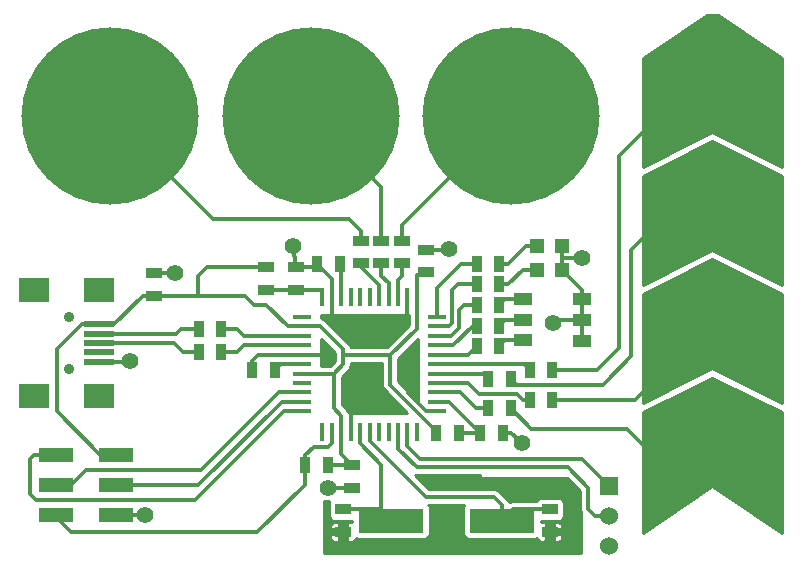
<source format=gtl>
G04 (created by PCBNEW (2013-feb-26)-stable) date Sat 30 Mar 2013 14:45:06 GMT*
%MOIN*%
G04 Gerber Fmt 3.4, Leading zero omitted, Abs format*
%FSLAX34Y34*%
G01*
G70*
G90*
G04 APERTURE LIST*
%ADD10C,2.3622e-06*%
%ADD11C,0.0512*%
%ADD12R,0.0984X0.0197*%
%ADD13R,0.0984X0.0787*%
%ADD14C,0.0354*%
%ADD15R,0.016X0.06*%
%ADD16R,0.06X0.016*%
%ADD17R,0.1181X0.0512*%
%ADD18R,0.035X0.055*%
%ADD19R,0.055X0.035*%
%ADD20R,0.2165X0.0787*%
%ADD21R,0.0472X0.0472*%
%ADD22C,0.5906*%
%ADD23R,0.0591X0.0394*%
%ADD24R,0.06X0.06*%
%ADD25C,0.06*%
%ADD26C,0.0551*%
%ADD27C,0.0118*%
%ADD28C,0.01*%
G04 APERTURE END LIST*
G54D10*
G54D11*
X40945Y-19685D03*
G54D12*
X20500Y-26620D03*
X20500Y-26935D03*
X20500Y-27250D03*
X20500Y-27565D03*
X20500Y-27880D03*
G54D13*
X20500Y-25498D03*
X20500Y-29002D03*
X18335Y-29002D03*
X18335Y-25498D03*
G54D14*
X19516Y-26384D03*
X19516Y-28116D03*
G54D15*
X29528Y-25703D03*
X29213Y-25703D03*
X28898Y-25703D03*
X28583Y-25703D03*
X28268Y-25703D03*
X27953Y-25703D03*
X29843Y-25703D03*
X30158Y-25703D03*
X30473Y-25703D03*
X30788Y-25703D03*
X31103Y-25703D03*
X29528Y-30203D03*
X29213Y-30203D03*
X28898Y-30203D03*
X28583Y-30203D03*
X28268Y-30203D03*
X27953Y-30203D03*
X29843Y-30203D03*
X30158Y-30203D03*
X30473Y-30203D03*
X30788Y-30203D03*
X31103Y-30203D03*
G54D16*
X27278Y-27953D03*
X31778Y-27953D03*
X27278Y-28268D03*
X31778Y-28268D03*
X31778Y-28583D03*
X27278Y-28583D03*
X27278Y-28898D03*
X31778Y-28898D03*
X31778Y-29213D03*
X27278Y-29213D03*
X27278Y-29528D03*
X31778Y-29528D03*
X31778Y-27638D03*
X27278Y-27638D03*
X27278Y-27323D03*
X31778Y-27323D03*
X31778Y-27008D03*
X27278Y-27008D03*
X27278Y-26693D03*
X31778Y-26693D03*
X31778Y-26378D03*
X27278Y-26378D03*
G54D17*
X19079Y-30988D03*
X21079Y-30988D03*
X19079Y-31988D03*
X21079Y-31988D03*
X19079Y-32988D03*
X21079Y-32988D03*
G54D18*
X28131Y-31299D03*
X27381Y-31299D03*
X23838Y-26773D03*
X24588Y-26773D03*
X24588Y-27560D03*
X23838Y-27560D03*
X33090Y-24606D03*
X33840Y-24606D03*
X33090Y-25295D03*
X33840Y-25295D03*
X33090Y-27362D03*
X33840Y-27362D03*
G54D19*
X22343Y-25670D03*
X22343Y-24920D03*
X35531Y-32794D03*
X35531Y-33544D03*
X28642Y-32794D03*
X28642Y-33544D03*
G54D18*
X27775Y-24606D03*
X28525Y-24606D03*
X33207Y-30236D03*
X33957Y-30236D03*
X26359Y-28150D03*
X25609Y-28150D03*
G54D19*
X31398Y-24883D03*
X31398Y-24133D03*
X27067Y-24723D03*
X27067Y-25473D03*
X28937Y-31318D03*
X28937Y-32068D03*
G54D20*
X30237Y-33169D03*
X33937Y-33169D03*
G54D21*
X35118Y-24803D03*
X35944Y-24803D03*
X35118Y-24016D03*
X35944Y-24016D03*
G54D22*
X34252Y-19685D03*
X27559Y-19685D03*
X20866Y-19685D03*
G54D11*
X40945Y-31496D03*
X40945Y-27559D03*
X40945Y-23622D03*
G54D18*
X33090Y-26673D03*
X33840Y-26673D03*
X33090Y-25984D03*
X33840Y-25984D03*
G54D23*
X34646Y-25787D03*
X34646Y-26476D03*
X34646Y-27165D03*
X36615Y-25788D03*
X36615Y-26477D03*
X36615Y-27166D03*
G54D19*
X26083Y-24723D03*
X26083Y-25473D03*
X29232Y-24588D03*
X29232Y-23838D03*
X29921Y-24588D03*
X29921Y-23838D03*
X30610Y-24588D03*
X30610Y-23838D03*
G54D18*
X34861Y-28150D03*
X35611Y-28150D03*
X33483Y-28445D03*
X34233Y-28445D03*
X34861Y-29134D03*
X35611Y-29134D03*
X33483Y-29429D03*
X34233Y-29429D03*
G54D24*
X37500Y-32000D03*
G54D25*
X37500Y-33000D03*
X37500Y-34000D03*
G54D18*
X32500Y-30236D03*
X31750Y-30236D03*
G54D26*
X34606Y-30590D03*
X29370Y-28779D03*
X30413Y-26673D03*
X30807Y-28051D03*
X32185Y-24114D03*
X22047Y-32972D03*
X26969Y-24016D03*
X36614Y-24409D03*
X28642Y-26673D03*
X32087Y-34055D03*
X32283Y-31890D03*
X28642Y-34055D03*
X28150Y-32087D03*
X28150Y-27657D03*
X35531Y-34055D03*
X21555Y-27854D03*
X23031Y-24902D03*
X35630Y-26575D03*
G54D27*
X30217Y-27657D02*
X30217Y-28642D01*
X30217Y-28642D02*
X31653Y-30078D01*
X21968Y-25670D02*
X22343Y-25670D01*
X28918Y-31299D02*
X28937Y-31318D01*
X28583Y-30203D02*
X28583Y-29666D01*
X28326Y-29409D02*
X28326Y-28268D01*
X27278Y-26693D02*
X27874Y-26693D01*
X28326Y-28268D02*
X27278Y-28268D01*
X20500Y-26620D02*
X21018Y-26620D01*
X19936Y-26620D02*
X19094Y-27462D01*
X19094Y-27462D02*
X19094Y-29527D01*
X19094Y-29527D02*
X20555Y-30988D01*
X20555Y-30988D02*
X21079Y-30988D01*
X20500Y-26620D02*
X19936Y-26620D01*
X28642Y-27952D02*
X28326Y-28268D01*
X24409Y-24723D02*
X24096Y-24723D01*
X31103Y-25703D02*
X31103Y-26771D01*
X23819Y-25670D02*
X25374Y-25670D01*
X21018Y-26620D02*
X21968Y-25670D01*
X23819Y-25000D02*
X23819Y-25670D01*
X24096Y-24723D02*
X23819Y-25000D01*
X23819Y-25670D02*
X23819Y-25689D01*
X23425Y-25670D02*
X23819Y-25670D01*
X28131Y-31299D02*
X28918Y-31299D01*
X26083Y-25984D02*
X26792Y-26693D01*
X25374Y-25670D02*
X25688Y-25984D01*
X25688Y-25984D02*
X26083Y-25984D01*
X26792Y-26693D02*
X27278Y-26693D01*
X23819Y-25689D02*
X23819Y-25670D01*
X28583Y-30203D02*
X28583Y-30964D01*
X26083Y-24723D02*
X24409Y-24723D01*
X24409Y-24723D02*
X24392Y-24723D01*
X23445Y-25670D02*
X23425Y-25670D01*
X23425Y-25670D02*
X22343Y-25670D01*
X31103Y-25703D02*
X31103Y-24982D01*
X28583Y-30964D02*
X28937Y-31318D01*
X31103Y-24982D02*
X31398Y-24883D01*
X28583Y-29666D02*
X28326Y-29409D01*
X28642Y-27461D02*
X28642Y-27657D01*
X31103Y-26771D02*
X30217Y-27657D01*
X27874Y-26693D02*
X28642Y-27461D01*
X28642Y-27657D02*
X28642Y-27952D01*
X30217Y-27657D02*
X28642Y-27657D01*
X26672Y-29528D02*
X23720Y-32480D01*
X18209Y-32283D02*
X18209Y-31103D01*
X27278Y-29528D02*
X26672Y-29528D01*
X18324Y-30988D02*
X19079Y-30988D01*
X23720Y-32480D02*
X18406Y-32480D01*
X18406Y-32480D02*
X18209Y-32283D01*
X18209Y-31103D02*
X18324Y-30988D01*
X21079Y-31988D02*
X23820Y-31988D01*
X26595Y-29213D02*
X27278Y-29213D01*
X23820Y-31988D02*
X26595Y-29213D01*
X19079Y-33056D02*
X19586Y-33563D01*
X25787Y-33563D02*
X27381Y-31969D01*
X28150Y-30709D02*
X27658Y-30709D01*
X27381Y-31969D02*
X27381Y-31299D01*
X27381Y-30986D02*
X27381Y-31299D01*
X19079Y-32988D02*
X19079Y-33056D01*
X27658Y-30709D02*
X27381Y-30986D01*
X28268Y-30591D02*
X28150Y-30709D01*
X19586Y-33563D02*
X25787Y-33563D01*
X28268Y-30203D02*
X28268Y-30591D01*
X20079Y-31496D02*
X23917Y-31496D01*
X19587Y-31988D02*
X20079Y-31496D01*
X19079Y-31988D02*
X19587Y-31988D01*
X26515Y-28898D02*
X27278Y-28898D01*
X23917Y-31496D02*
X26515Y-28898D01*
X31778Y-25407D02*
X32579Y-24606D01*
X31778Y-26378D02*
X31778Y-25407D01*
X32579Y-24606D02*
X33090Y-24606D01*
X32165Y-26693D02*
X31778Y-26693D01*
X32283Y-25492D02*
X32283Y-26575D01*
X32283Y-26575D02*
X32165Y-26693D01*
X32480Y-25295D02*
X32283Y-25492D01*
X33090Y-25295D02*
X32480Y-25295D01*
X32677Y-25984D02*
X33090Y-25984D01*
X31778Y-27008D02*
X32244Y-27008D01*
X32503Y-26749D02*
X32503Y-26158D01*
X32503Y-26158D02*
X32677Y-25984D01*
X32244Y-27008D02*
X32503Y-26749D01*
X32814Y-27638D02*
X33090Y-27362D01*
X31778Y-27638D02*
X32814Y-27638D01*
X31778Y-27323D02*
X32322Y-27323D01*
X32322Y-27323D02*
X32972Y-26673D01*
X32972Y-26673D02*
X33090Y-26673D01*
X37834Y-27421D02*
X37834Y-21023D01*
X35611Y-28150D02*
X37106Y-28150D01*
X39173Y-19685D02*
X40945Y-19685D01*
X37106Y-28150D02*
X37834Y-27421D01*
X37834Y-21023D02*
X39173Y-19685D01*
X34449Y-28642D02*
X37303Y-28642D01*
X38780Y-23622D02*
X38248Y-24153D01*
X38248Y-24153D02*
X38248Y-27696D01*
X38248Y-27696D02*
X37402Y-28543D01*
X40945Y-23622D02*
X38780Y-23622D01*
X37303Y-28642D02*
X37402Y-28543D01*
X34252Y-28445D02*
X34449Y-28642D01*
X34233Y-28445D02*
X34252Y-28445D01*
X38386Y-29134D02*
X39961Y-27559D01*
X39961Y-27559D02*
X40945Y-27559D01*
X35611Y-29134D02*
X38386Y-29134D01*
X38090Y-30118D02*
X34922Y-30118D01*
X40945Y-31496D02*
X39468Y-31496D01*
X34922Y-30118D02*
X34233Y-29429D01*
X39468Y-31496D02*
X38090Y-30118D01*
X33957Y-30236D02*
X34251Y-30236D01*
X34251Y-30236D02*
X34606Y-30590D01*
X28898Y-30203D02*
X28898Y-29251D01*
X28898Y-29251D02*
X29370Y-28779D01*
X31778Y-29528D02*
X31417Y-29528D01*
X30788Y-26359D02*
X30788Y-25703D01*
X30788Y-26359D02*
X30413Y-26673D01*
X30807Y-28917D02*
X30807Y-28051D01*
X31417Y-29528D02*
X30807Y-28917D01*
X32087Y-34055D02*
X28642Y-34055D01*
X25609Y-27836D02*
X25609Y-28150D01*
X25807Y-27638D02*
X25609Y-27836D01*
X31674Y-24133D02*
X32185Y-24114D01*
X36615Y-27166D02*
X36615Y-26477D01*
X27278Y-27638D02*
X28032Y-27638D01*
X28169Y-32068D02*
X28150Y-32087D01*
X27971Y-24822D02*
X27775Y-24606D01*
X28268Y-25119D02*
X27971Y-24822D01*
X36615Y-25474D02*
X35944Y-24803D01*
X28445Y-26673D02*
X28642Y-26673D01*
X20500Y-27880D02*
X21529Y-27880D01*
X31398Y-24133D02*
X31674Y-24133D01*
X21529Y-27880D02*
X21555Y-27854D01*
X28268Y-25703D02*
X28268Y-25119D01*
X28937Y-32068D02*
X28169Y-32068D01*
X36615Y-26477D02*
X36615Y-25788D01*
X28268Y-26496D02*
X28445Y-26673D01*
X27278Y-27638D02*
X25807Y-27638D01*
X28032Y-27638D02*
X28150Y-27657D01*
X22031Y-32988D02*
X22047Y-32972D01*
X22343Y-24920D02*
X23013Y-24920D01*
X35728Y-26477D02*
X35630Y-26575D01*
X35944Y-24409D02*
X36614Y-24409D01*
X27067Y-24705D02*
X26969Y-24016D01*
X35531Y-33544D02*
X35531Y-34055D01*
X28642Y-34055D02*
X28642Y-33544D01*
X21079Y-32988D02*
X22031Y-32988D01*
X36615Y-26477D02*
X35728Y-26477D01*
X27067Y-24723D02*
X27067Y-24705D01*
X36615Y-25788D02*
X36615Y-25474D01*
X27067Y-24723D02*
X27854Y-24723D01*
X23013Y-24920D02*
X23031Y-24902D01*
X35944Y-24016D02*
X35944Y-24409D01*
X27854Y-24723D02*
X27775Y-24606D01*
X28268Y-25703D02*
X28268Y-26496D01*
X35944Y-24409D02*
X35944Y-24803D01*
X35531Y-32794D02*
X34312Y-32794D01*
X29528Y-30512D02*
X31398Y-32382D01*
X33937Y-32657D02*
X33937Y-33169D01*
X29528Y-30203D02*
X29528Y-30512D01*
X33662Y-32382D02*
X33937Y-32657D01*
X31398Y-32382D02*
X33662Y-32382D01*
X34312Y-32794D02*
X33937Y-33169D01*
X29843Y-25703D02*
X29843Y-25315D01*
X29232Y-24704D02*
X29232Y-24588D01*
X29843Y-25315D02*
X29232Y-24704D01*
X34664Y-27953D02*
X34861Y-28150D01*
X31778Y-27953D02*
X34664Y-27953D01*
X30158Y-25703D02*
X30158Y-25237D01*
X30158Y-25237D02*
X29921Y-25000D01*
X29921Y-25000D02*
X29921Y-24588D01*
X28642Y-32794D02*
X29862Y-32794D01*
X29921Y-31299D02*
X29921Y-32853D01*
X29213Y-30203D02*
X29213Y-30591D01*
X29921Y-32853D02*
X30237Y-33169D01*
X29862Y-32794D02*
X30237Y-33169D01*
X29213Y-30591D02*
X29921Y-31299D01*
X31778Y-28268D02*
X33306Y-28268D01*
X33306Y-28268D02*
X33483Y-28445D01*
X30473Y-25137D02*
X30610Y-25000D01*
X30610Y-25000D02*
X30610Y-24588D01*
X30473Y-25703D02*
X30473Y-25137D01*
X32500Y-30236D02*
X33207Y-30236D01*
X31778Y-29213D02*
X32184Y-29213D01*
X32184Y-29213D02*
X33207Y-30236D01*
X25335Y-27008D02*
X25100Y-26773D01*
X27278Y-27008D02*
X25335Y-27008D01*
X25100Y-26773D02*
X24588Y-26773D01*
X23227Y-26773D02*
X23838Y-26773D01*
X23065Y-26935D02*
X23227Y-26773D01*
X20500Y-26935D02*
X23065Y-26935D01*
X23310Y-27560D02*
X23838Y-27560D01*
X23000Y-27250D02*
X23310Y-27560D01*
X20500Y-27250D02*
X23000Y-27250D01*
X25097Y-27560D02*
X24588Y-27560D01*
X25334Y-27323D02*
X25097Y-27560D01*
X27278Y-27323D02*
X25334Y-27323D01*
X30610Y-23327D02*
X34252Y-19685D01*
X30610Y-23838D02*
X30610Y-23327D01*
X29921Y-23838D02*
X29921Y-22047D01*
X29921Y-22047D02*
X27559Y-19685D01*
X24311Y-23130D02*
X20866Y-19685D01*
X29232Y-23838D02*
X29232Y-23524D01*
X29232Y-23524D02*
X28838Y-23130D01*
X28838Y-23130D02*
X24311Y-23130D01*
X34154Y-24606D02*
X33840Y-24606D01*
X35118Y-24016D02*
X34744Y-24016D01*
X34744Y-24016D02*
X34154Y-24606D01*
X34646Y-24803D02*
X34154Y-25295D01*
X35118Y-24803D02*
X34646Y-24803D01*
X34154Y-25295D02*
X33840Y-25295D01*
X28583Y-24744D02*
X28525Y-24606D01*
X28583Y-25703D02*
X28583Y-24744D01*
X34449Y-28937D02*
X34646Y-29134D01*
X31778Y-28583D02*
X32815Y-28583D01*
X34646Y-29134D02*
X34861Y-29134D01*
X33169Y-28937D02*
X34449Y-28937D01*
X32815Y-28583D02*
X33169Y-28937D01*
X32539Y-28898D02*
X33070Y-29429D01*
X33070Y-29429D02*
X33483Y-29429D01*
X31778Y-28898D02*
X32539Y-28898D01*
X27933Y-25473D02*
X27067Y-25473D01*
X27953Y-25493D02*
X27933Y-25473D01*
X27953Y-25703D02*
X27953Y-25493D01*
X26083Y-25473D02*
X27067Y-25473D01*
X36602Y-31102D02*
X37500Y-32000D01*
X31200Y-31102D02*
X36602Y-31102D01*
X30788Y-30203D02*
X30788Y-30690D01*
X30788Y-30690D02*
X31200Y-31102D01*
X36811Y-32086D02*
X36811Y-32775D01*
X30473Y-30203D02*
X30473Y-30768D01*
X37036Y-33000D02*
X37500Y-33000D01*
X36123Y-31398D02*
X36811Y-32086D01*
X30473Y-30768D02*
X31103Y-31398D01*
X31103Y-31398D02*
X36123Y-31398D01*
X36811Y-32775D02*
X37036Y-33000D01*
X34037Y-26476D02*
X33840Y-26673D01*
X34646Y-26476D02*
X34037Y-26476D01*
X34037Y-27165D02*
X33840Y-27362D01*
X34646Y-27165D02*
X34037Y-27165D01*
X34037Y-25787D02*
X33840Y-25984D01*
X34646Y-25787D02*
X34037Y-25787D01*
X27278Y-27953D02*
X26556Y-27953D01*
X26556Y-27953D02*
X26359Y-28150D01*
G54D10*
G36*
X43257Y-21376D02*
X40945Y-20220D01*
X38633Y-21376D01*
X38633Y-17743D01*
X40760Y-16325D01*
X41129Y-16325D01*
X43257Y-17743D01*
X43257Y-21376D01*
X43257Y-21376D01*
G37*
G54D28*
X43257Y-21376D02*
X40945Y-20220D01*
X38633Y-21376D01*
X38633Y-17743D01*
X40760Y-16325D01*
X41129Y-16325D01*
X43257Y-17743D01*
X43257Y-21376D01*
G54D10*
G36*
X43257Y-25313D02*
X40945Y-24157D01*
X38633Y-25313D01*
X38633Y-21684D01*
X40945Y-20527D01*
X43257Y-21684D01*
X43257Y-25313D01*
X43257Y-25313D01*
G37*
G54D28*
X43257Y-25313D02*
X40945Y-24157D01*
X38633Y-25313D01*
X38633Y-21684D01*
X40945Y-20527D01*
X43257Y-21684D01*
X43257Y-25313D01*
G54D10*
G36*
X43257Y-29250D02*
X40945Y-28094D01*
X38633Y-29250D01*
X38633Y-25621D01*
X40945Y-24464D01*
X43257Y-25621D01*
X43257Y-29250D01*
X43257Y-29250D01*
G37*
G54D28*
X43257Y-29250D02*
X40945Y-28094D01*
X38633Y-29250D01*
X38633Y-25621D01*
X40945Y-24464D01*
X43257Y-25621D01*
X43257Y-29250D01*
G54D10*
G36*
X43257Y-33567D02*
X40945Y-32026D01*
X38633Y-33567D01*
X38633Y-29558D01*
X40945Y-28401D01*
X43257Y-29558D01*
X43257Y-33567D01*
X43257Y-33567D01*
G37*
G54D28*
X43257Y-33567D02*
X40945Y-32026D01*
X38633Y-33567D01*
X38633Y-29558D01*
X40945Y-28401D01*
X43257Y-29558D01*
X43257Y-33567D01*
G54D10*
G36*
X36565Y-34265D02*
X35954Y-34265D01*
X35954Y-33748D01*
X35954Y-33339D01*
X35931Y-33285D01*
X35889Y-33243D01*
X35835Y-33221D01*
X35776Y-33220D01*
X35705Y-33221D01*
X35668Y-33258D01*
X35668Y-33456D01*
X35917Y-33456D01*
X35954Y-33419D01*
X35954Y-33339D01*
X35954Y-33748D01*
X35954Y-33668D01*
X35917Y-33631D01*
X35668Y-33631D01*
X35668Y-33830D01*
X35705Y-33867D01*
X35776Y-33867D01*
X35835Y-33866D01*
X35889Y-33844D01*
X35931Y-33802D01*
X35954Y-33748D01*
X35954Y-34265D01*
X28504Y-34265D01*
X28504Y-33830D01*
X28504Y-33631D01*
X28504Y-33456D01*
X28504Y-33258D01*
X28467Y-33221D01*
X28396Y-33220D01*
X28337Y-33221D01*
X28283Y-33243D01*
X28241Y-33285D01*
X28218Y-33339D01*
X28219Y-33419D01*
X28256Y-33456D01*
X28504Y-33456D01*
X28504Y-33631D01*
X28256Y-33631D01*
X28219Y-33668D01*
X28218Y-33748D01*
X28241Y-33802D01*
X28283Y-33844D01*
X28337Y-33866D01*
X28396Y-33867D01*
X28467Y-33867D01*
X28504Y-33830D01*
X28504Y-34265D01*
X28003Y-34265D01*
X28003Y-32530D01*
X28179Y-32530D01*
X28160Y-32577D01*
X28159Y-32659D01*
X28159Y-33009D01*
X28191Y-33086D01*
X28249Y-33144D01*
X28325Y-33175D01*
X28407Y-33176D01*
X28947Y-33176D01*
X28947Y-33221D01*
X28946Y-33221D01*
X28887Y-33220D01*
X28816Y-33221D01*
X28779Y-33258D01*
X28779Y-33456D01*
X28849Y-33456D01*
X28849Y-33631D01*
X28779Y-33631D01*
X28779Y-33830D01*
X28816Y-33867D01*
X28887Y-33867D01*
X28946Y-33866D01*
X29000Y-33844D01*
X29042Y-33802D01*
X29064Y-33749D01*
X29113Y-33769D01*
X29195Y-33769D01*
X31360Y-33769D01*
X31436Y-33738D01*
X31494Y-33679D01*
X31526Y-33603D01*
X31526Y-33521D01*
X31526Y-32734D01*
X31495Y-32658D01*
X31484Y-32648D01*
X32689Y-32648D01*
X32679Y-32658D01*
X32647Y-32734D01*
X32647Y-32816D01*
X32647Y-33603D01*
X32678Y-33679D01*
X32737Y-33737D01*
X32813Y-33769D01*
X32895Y-33769D01*
X35060Y-33769D01*
X35108Y-33749D01*
X35130Y-33802D01*
X35172Y-33844D01*
X35226Y-33866D01*
X35285Y-33867D01*
X35356Y-33867D01*
X35393Y-33830D01*
X35393Y-33631D01*
X35323Y-33631D01*
X35323Y-33456D01*
X35393Y-33456D01*
X35393Y-33258D01*
X35356Y-33221D01*
X35285Y-33220D01*
X35226Y-33221D01*
X35226Y-33175D01*
X35296Y-33176D01*
X35846Y-33176D01*
X35923Y-33144D01*
X35981Y-33086D01*
X36012Y-33010D01*
X36013Y-32928D01*
X36013Y-32578D01*
X35981Y-32501D01*
X35923Y-32443D01*
X35847Y-32412D01*
X35765Y-32411D01*
X35215Y-32411D01*
X35138Y-32443D01*
X35080Y-32501D01*
X35069Y-32528D01*
X34312Y-32528D01*
X34210Y-32548D01*
X34184Y-32565D01*
X34182Y-32555D01*
X34182Y-32555D01*
X34125Y-32468D01*
X33850Y-32193D01*
X33763Y-32136D01*
X33662Y-32115D01*
X33661Y-32116D01*
X31508Y-32116D01*
X31044Y-31652D01*
X31103Y-31664D01*
X33218Y-31664D01*
X33218Y-31743D01*
X36091Y-31743D01*
X36545Y-32196D01*
X36545Y-32774D01*
X36544Y-32775D01*
X36565Y-32875D01*
X36565Y-34265D01*
X36565Y-34265D01*
G37*
G54D28*
X36565Y-34265D02*
X35954Y-34265D01*
X35954Y-33748D01*
X35954Y-33339D01*
X35931Y-33285D01*
X35889Y-33243D01*
X35835Y-33221D01*
X35776Y-33220D01*
X35705Y-33221D01*
X35668Y-33258D01*
X35668Y-33456D01*
X35917Y-33456D01*
X35954Y-33419D01*
X35954Y-33339D01*
X35954Y-33748D01*
X35954Y-33668D01*
X35917Y-33631D01*
X35668Y-33631D01*
X35668Y-33830D01*
X35705Y-33867D01*
X35776Y-33867D01*
X35835Y-33866D01*
X35889Y-33844D01*
X35931Y-33802D01*
X35954Y-33748D01*
X35954Y-34265D01*
X28504Y-34265D01*
X28504Y-33830D01*
X28504Y-33631D01*
X28504Y-33456D01*
X28504Y-33258D01*
X28467Y-33221D01*
X28396Y-33220D01*
X28337Y-33221D01*
X28283Y-33243D01*
X28241Y-33285D01*
X28218Y-33339D01*
X28219Y-33419D01*
X28256Y-33456D01*
X28504Y-33456D01*
X28504Y-33631D01*
X28256Y-33631D01*
X28219Y-33668D01*
X28218Y-33748D01*
X28241Y-33802D01*
X28283Y-33844D01*
X28337Y-33866D01*
X28396Y-33867D01*
X28467Y-33867D01*
X28504Y-33830D01*
X28504Y-34265D01*
X28003Y-34265D01*
X28003Y-32530D01*
X28179Y-32530D01*
X28160Y-32577D01*
X28159Y-32659D01*
X28159Y-33009D01*
X28191Y-33086D01*
X28249Y-33144D01*
X28325Y-33175D01*
X28407Y-33176D01*
X28947Y-33176D01*
X28947Y-33221D01*
X28946Y-33221D01*
X28887Y-33220D01*
X28816Y-33221D01*
X28779Y-33258D01*
X28779Y-33456D01*
X28849Y-33456D01*
X28849Y-33631D01*
X28779Y-33631D01*
X28779Y-33830D01*
X28816Y-33867D01*
X28887Y-33867D01*
X28946Y-33866D01*
X29000Y-33844D01*
X29042Y-33802D01*
X29064Y-33749D01*
X29113Y-33769D01*
X29195Y-33769D01*
X31360Y-33769D01*
X31436Y-33738D01*
X31494Y-33679D01*
X31526Y-33603D01*
X31526Y-33521D01*
X31526Y-32734D01*
X31495Y-32658D01*
X31484Y-32648D01*
X32689Y-32648D01*
X32679Y-32658D01*
X32647Y-32734D01*
X32647Y-32816D01*
X32647Y-33603D01*
X32678Y-33679D01*
X32737Y-33737D01*
X32813Y-33769D01*
X32895Y-33769D01*
X35060Y-33769D01*
X35108Y-33749D01*
X35130Y-33802D01*
X35172Y-33844D01*
X35226Y-33866D01*
X35285Y-33867D01*
X35356Y-33867D01*
X35393Y-33830D01*
X35393Y-33631D01*
X35323Y-33631D01*
X35323Y-33456D01*
X35393Y-33456D01*
X35393Y-33258D01*
X35356Y-33221D01*
X35285Y-33220D01*
X35226Y-33221D01*
X35226Y-33175D01*
X35296Y-33176D01*
X35846Y-33176D01*
X35923Y-33144D01*
X35981Y-33086D01*
X36012Y-33010D01*
X36013Y-32928D01*
X36013Y-32578D01*
X35981Y-32501D01*
X35923Y-32443D01*
X35847Y-32412D01*
X35765Y-32411D01*
X35215Y-32411D01*
X35138Y-32443D01*
X35080Y-32501D01*
X35069Y-32528D01*
X34312Y-32528D01*
X34210Y-32548D01*
X34184Y-32565D01*
X34182Y-32555D01*
X34182Y-32555D01*
X34125Y-32468D01*
X33850Y-32193D01*
X33763Y-32136D01*
X33662Y-32115D01*
X33661Y-32116D01*
X31508Y-32116D01*
X31044Y-31652D01*
X31103Y-31664D01*
X33218Y-31664D01*
X33218Y-31743D01*
X36091Y-31743D01*
X36545Y-32196D01*
X36545Y-32774D01*
X36544Y-32775D01*
X36565Y-32875D01*
X36565Y-34265D01*
G54D10*
G36*
X28376Y-27841D02*
X28215Y-28002D01*
X27904Y-28002D01*
X27904Y-27099D01*
X28376Y-27571D01*
X28376Y-27657D01*
X28376Y-27841D01*
X28376Y-27841D01*
G37*
G54D28*
X28376Y-27841D02*
X28215Y-28002D01*
X27904Y-28002D01*
X27904Y-27099D01*
X28376Y-27571D01*
X28376Y-27657D01*
X28376Y-27841D01*
G54D10*
G36*
X30774Y-29576D02*
X28831Y-29576D01*
X28828Y-29564D01*
X28828Y-29564D01*
X28805Y-29529D01*
X28771Y-29477D01*
X28771Y-29477D01*
X28592Y-29298D01*
X28592Y-28378D01*
X28830Y-28140D01*
X28830Y-28140D01*
X28830Y-28140D01*
X28864Y-28088D01*
X28887Y-28053D01*
X28887Y-28053D01*
X28908Y-27952D01*
X28908Y-27923D01*
X29951Y-27923D01*
X29951Y-28642D01*
X29950Y-28642D01*
X29971Y-28743D01*
X30028Y-28830D01*
X30774Y-29576D01*
X30774Y-29576D01*
G37*
G54D28*
X30774Y-29576D02*
X28831Y-29576D01*
X28828Y-29564D01*
X28828Y-29564D01*
X28805Y-29529D01*
X28771Y-29477D01*
X28771Y-29477D01*
X28592Y-29298D01*
X28592Y-28378D01*
X28830Y-28140D01*
X28830Y-28140D01*
X28830Y-28140D01*
X28864Y-28088D01*
X28887Y-28053D01*
X28887Y-28053D01*
X28908Y-27952D01*
X28908Y-27923D01*
X29951Y-27923D01*
X29951Y-28642D01*
X29950Y-28642D01*
X29971Y-28743D01*
X30028Y-28830D01*
X30774Y-29576D01*
G54D10*
G36*
X30837Y-26660D02*
X30106Y-27391D01*
X28894Y-27391D01*
X28887Y-27359D01*
X28887Y-27359D01*
X28830Y-27272D01*
X28830Y-27272D01*
X28062Y-26504D01*
X27975Y-26447D01*
X27904Y-26432D01*
X27904Y-26330D01*
X30837Y-26330D01*
X30837Y-26660D01*
X30837Y-26660D01*
G37*
G54D28*
X30837Y-26660D02*
X30106Y-27391D01*
X28894Y-27391D01*
X28887Y-27359D01*
X28887Y-27359D01*
X28830Y-27272D01*
X28830Y-27272D01*
X28062Y-26504D01*
X27975Y-26447D01*
X27904Y-26432D01*
X27904Y-26330D01*
X30837Y-26330D01*
X30837Y-26660D01*
G54D10*
G36*
X31151Y-29200D02*
X30483Y-28532D01*
X30483Y-27767D01*
X31151Y-27099D01*
X31151Y-29200D01*
X31151Y-29200D01*
G37*
G54D28*
X31151Y-29200D02*
X30483Y-28532D01*
X30483Y-27767D01*
X31151Y-27099D01*
X31151Y-29200D01*
M02*

</source>
